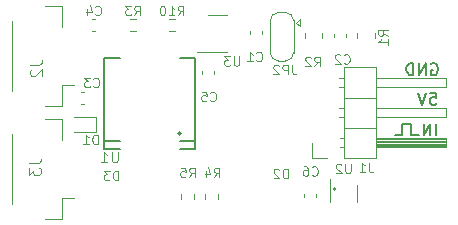
<source format=gbr>
%TF.GenerationSoftware,KiCad,Pcbnew,6.0.11+dfsg-1~bpo11+1*%
%TF.CreationDate,2023-05-27T16:07:54+00:00*%
%TF.ProjectId,TFRPM01,54465250-4d30-4312-9e6b-696361645f70,rev?*%
%TF.SameCoordinates,PX7e721e0PY7e33658*%
%TF.FileFunction,Legend,Bot*%
%TF.FilePolarity,Positive*%
%FSLAX46Y46*%
G04 Gerber Fmt 4.6, Leading zero omitted, Abs format (unit mm)*
G04 Created by KiCad (PCBNEW 6.0.11+dfsg-1~bpo11+1) date 2023-05-27 16:07:54*
%MOMM*%
%LPD*%
G01*
G04 APERTURE LIST*
%ADD10C,0.150000*%
%ADD11C,0.100000*%
%ADD12C,0.120000*%
G04 APERTURE END LIST*
D10*
X12833000Y-1874904D02*
X12833000Y-974904D01*
X6428711Y-6474904D02*
G75*
G03*
X6428711Y-6474904I-70711J0D01*
G01*
X13462000Y-1874904D02*
X12833000Y-1874904D01*
X12083000Y-1874904D02*
X11433000Y-1874904D01*
X12833000Y-974904D02*
X12083000Y-974904D01*
X12083000Y-974904D02*
X12083000Y-1874904D01*
X14931809Y-1927284D02*
X14931809Y-927284D01*
X14455619Y-1927284D02*
X14455619Y-927284D01*
X13884190Y-1927284D01*
X13884190Y-927284D01*
X14519904Y4125096D02*
X14615142Y4172716D01*
X14758000Y4172716D01*
X14900857Y4125096D01*
X14996095Y4029858D01*
X15043714Y3934620D01*
X15091333Y3744144D01*
X15091333Y3601287D01*
X15043714Y3410811D01*
X14996095Y3315573D01*
X14900857Y3220335D01*
X14758000Y3172716D01*
X14662761Y3172716D01*
X14519904Y3220335D01*
X14472285Y3267954D01*
X14472285Y3601287D01*
X14662761Y3601287D01*
X14043714Y3172716D02*
X14043714Y4172716D01*
X13472285Y3172716D01*
X13472285Y4172716D01*
X12996095Y3172716D02*
X12996095Y4172716D01*
X12758000Y4172716D01*
X12615142Y4125096D01*
X12519904Y4029858D01*
X12472285Y3934620D01*
X12424666Y3744144D01*
X12424666Y3601287D01*
X12472285Y3410811D01*
X12519904Y3315573D01*
X12615142Y3220335D01*
X12758000Y3172716D01*
X12996095Y3172716D01*
X14448476Y1672716D02*
X14924666Y1672716D01*
X14972285Y1196525D01*
X14924666Y1244144D01*
X14829428Y1291763D01*
X14591333Y1291763D01*
X14496095Y1244144D01*
X14448476Y1196525D01*
X14400857Y1101287D01*
X14400857Y863192D01*
X14448476Y767954D01*
X14496095Y720335D01*
X14591333Y672716D01*
X14829428Y672716D01*
X14924666Y720335D01*
X14972285Y767954D01*
X14115142Y1672716D02*
X13781809Y672716D01*
X13448476Y1672716D01*
D11*
%TO.C,D1*%
X-13709524Y-2661904D02*
X-13709524Y-1861904D01*
X-13900000Y-1861904D01*
X-14014286Y-1900000D01*
X-14090477Y-1976190D01*
X-14128572Y-2052380D01*
X-14166667Y-2204761D01*
X-14166667Y-2319047D01*
X-14128572Y-2471428D01*
X-14090477Y-2547619D01*
X-14014286Y-2623809D01*
X-13900000Y-2661904D01*
X-13709524Y-2661904D01*
X-14928572Y-2661904D02*
X-14471429Y-2661904D01*
X-14700000Y-2661904D02*
X-14700000Y-1861904D01*
X-14623810Y-1976190D01*
X-14547620Y-2052380D01*
X-14471429Y-2090476D01*
%TO.C,R10*%
X-6927715Y8238096D02*
X-6661048Y8619048D01*
X-6470572Y8238096D02*
X-6470572Y9038096D01*
X-6775334Y9038096D01*
X-6851524Y9000000D01*
X-6889620Y8961905D01*
X-6927715Y8885715D01*
X-6927715Y8771429D01*
X-6889620Y8695239D01*
X-6851524Y8657143D01*
X-6775334Y8619048D01*
X-6470572Y8619048D01*
X-7689620Y8238096D02*
X-7232477Y8238096D01*
X-7461048Y8238096D02*
X-7461048Y9038096D01*
X-7384858Y8923810D01*
X-7308667Y8847620D01*
X-7232477Y8809524D01*
X-8184858Y9038096D02*
X-8261048Y9038096D01*
X-8337239Y9000000D01*
X-8375334Y8961905D01*
X-8413429Y8885715D01*
X-8451524Y8733334D01*
X-8451524Y8542858D01*
X-8413429Y8390477D01*
X-8375334Y8314286D01*
X-8337239Y8276191D01*
X-8261048Y8238096D01*
X-8184858Y8238096D01*
X-8108667Y8276191D01*
X-8070572Y8314286D01*
X-8032477Y8390477D01*
X-7994381Y8542858D01*
X-7994381Y8733334D01*
X-8032477Y8885715D01*
X-8070572Y8961905D01*
X-8108667Y9000000D01*
X-8184858Y9038096D01*
%TO.C,J1*%
X9258266Y-4238408D02*
X9258266Y-4809837D01*
X9296361Y-4924123D01*
X9372552Y-5000313D01*
X9486838Y-5038408D01*
X9563028Y-5038408D01*
X8458266Y-5038408D02*
X8915409Y-5038408D01*
X8686838Y-5038408D02*
X8686838Y-4238408D01*
X8763028Y-4352694D01*
X8839219Y-4428884D01*
X8915409Y-4466980D01*
%TO.C,U3*%
X-1727277Y4781496D02*
X-1727277Y4133877D01*
X-1765372Y4057686D01*
X-1803467Y4019591D01*
X-1879658Y3981496D01*
X-2032039Y3981496D01*
X-2108229Y4019591D01*
X-2146324Y4057686D01*
X-2184420Y4133877D01*
X-2184420Y4781496D01*
X-2489181Y4781496D02*
X-2984420Y4781496D01*
X-2717753Y4476734D01*
X-2832039Y4476734D01*
X-2908229Y4438639D01*
X-2946324Y4400543D01*
X-2984420Y4324353D01*
X-2984420Y4133877D01*
X-2946324Y4057686D01*
X-2908229Y4019591D01*
X-2832039Y3981496D01*
X-2603467Y3981496D01*
X-2527277Y4019591D01*
X-2489181Y4057686D01*
%TO.C,C3*%
X-14066667Y2214286D02*
X-14028572Y2176191D01*
X-13914286Y2138096D01*
X-13838096Y2138096D01*
X-13723810Y2176191D01*
X-13647620Y2252381D01*
X-13609524Y2328572D01*
X-13571429Y2480953D01*
X-13571429Y2595239D01*
X-13609524Y2747620D01*
X-13647620Y2823810D01*
X-13723810Y2900000D01*
X-13838096Y2938096D01*
X-13914286Y2938096D01*
X-14028572Y2900000D01*
X-14066667Y2861905D01*
X-14333334Y2938096D02*
X-14828572Y2938096D01*
X-14561905Y2633334D01*
X-14676191Y2633334D01*
X-14752381Y2595239D01*
X-14790477Y2557143D01*
X-14828572Y2480953D01*
X-14828572Y2290477D01*
X-14790477Y2214286D01*
X-14752381Y2176191D01*
X-14676191Y2138096D01*
X-14447620Y2138096D01*
X-14371429Y2176191D01*
X-14333334Y2214286D01*
%TO.C,C4*%
X-13908667Y8314286D02*
X-13870572Y8276191D01*
X-13756286Y8238096D01*
X-13680096Y8238096D01*
X-13565810Y8276191D01*
X-13489620Y8352381D01*
X-13451524Y8428572D01*
X-13413429Y8580953D01*
X-13413429Y8695239D01*
X-13451524Y8847620D01*
X-13489620Y8923810D01*
X-13565810Y9000000D01*
X-13680096Y9038096D01*
X-13756286Y9038096D01*
X-13870572Y9000000D01*
X-13908667Y8961905D01*
X-14594381Y8771429D02*
X-14594381Y8238096D01*
X-14403905Y9076191D02*
X-14213429Y8504762D01*
X-14708667Y8504762D01*
%TO.C,J2*%
X-19419820Y4064230D02*
X-18705534Y4064230D01*
X-18562677Y4111849D01*
X-18467439Y4207087D01*
X-18419820Y4349944D01*
X-18419820Y4445182D01*
X-19324581Y3635658D02*
X-19372200Y3588039D01*
X-19419820Y3492801D01*
X-19419820Y3254706D01*
X-19372200Y3159468D01*
X-19324581Y3111849D01*
X-19229343Y3064230D01*
X-19134105Y3064230D01*
X-18991248Y3111849D01*
X-18419820Y3683277D01*
X-18419820Y3064230D01*
%TO.C,R4*%
X-3866667Y-5461904D02*
X-3600000Y-5080952D01*
X-3409524Y-5461904D02*
X-3409524Y-4661904D01*
X-3714286Y-4661904D01*
X-3790477Y-4700000D01*
X-3828572Y-4738095D01*
X-3866667Y-4814285D01*
X-3866667Y-4928571D01*
X-3828572Y-5004761D01*
X-3790477Y-5042857D01*
X-3714286Y-5080952D01*
X-3409524Y-5080952D01*
X-4552381Y-4928571D02*
X-4552381Y-5461904D01*
X-4361905Y-4623809D02*
X-4171429Y-5195238D01*
X-4666667Y-5195238D01*
%TO.C,R1*%
X10852104Y6505830D02*
X10471152Y6772496D01*
X10852104Y6962973D02*
X10052104Y6962973D01*
X10052104Y6658211D01*
X10090200Y6582020D01*
X10128295Y6543925D01*
X10204485Y6505830D01*
X10318771Y6505830D01*
X10394961Y6543925D01*
X10433057Y6582020D01*
X10471152Y6658211D01*
X10471152Y6962973D01*
X10852104Y5743925D02*
X10852104Y6201068D01*
X10852104Y5972496D02*
X10052104Y5972496D01*
X10166390Y6048687D01*
X10242580Y6124877D01*
X10280676Y6201068D01*
%TO.C,R2*%
X4633333Y3938096D02*
X4900000Y4319048D01*
X5090476Y3938096D02*
X5090476Y4738096D01*
X4785714Y4738096D01*
X4709523Y4700000D01*
X4671428Y4661905D01*
X4633333Y4585715D01*
X4633333Y4471429D01*
X4671428Y4395239D01*
X4709523Y4357143D01*
X4785714Y4319048D01*
X5090476Y4319048D01*
X4328571Y4661905D02*
X4290476Y4700000D01*
X4214285Y4738096D01*
X4023809Y4738096D01*
X3947619Y4700000D01*
X3909523Y4661905D01*
X3871428Y4585715D01*
X3871428Y4509524D01*
X3909523Y4395239D01*
X4366666Y3938096D01*
X3871428Y3938096D01*
%TO.C,R3*%
X-10608667Y8238096D02*
X-10342000Y8619048D01*
X-10151524Y8238096D02*
X-10151524Y9038096D01*
X-10456286Y9038096D01*
X-10532477Y9000000D01*
X-10570572Y8961905D01*
X-10608667Y8885715D01*
X-10608667Y8771429D01*
X-10570572Y8695239D01*
X-10532477Y8657143D01*
X-10456286Y8619048D01*
X-10151524Y8619048D01*
X-10875334Y9038096D02*
X-11370572Y9038096D01*
X-11103905Y8733334D01*
X-11218191Y8733334D01*
X-11294381Y8695239D01*
X-11332477Y8657143D01*
X-11370572Y8580953D01*
X-11370572Y8390477D01*
X-11332477Y8314286D01*
X-11294381Y8276191D01*
X-11218191Y8238096D01*
X-10989620Y8238096D01*
X-10913429Y8276191D01*
X-10875334Y8314286D01*
%TO.C,C6*%
X4433333Y-5285714D02*
X4471428Y-5323809D01*
X4585714Y-5361904D01*
X4661904Y-5361904D01*
X4776190Y-5323809D01*
X4852380Y-5247619D01*
X4890476Y-5171428D01*
X4928571Y-5019047D01*
X4928571Y-4904761D01*
X4890476Y-4752380D01*
X4852380Y-4676190D01*
X4776190Y-4600000D01*
X4661904Y-4561904D01*
X4585714Y-4561904D01*
X4471428Y-4600000D01*
X4433333Y-4638095D01*
X3747619Y-4561904D02*
X3900000Y-4561904D01*
X3976190Y-4600000D01*
X4014285Y-4638095D01*
X4090476Y-4752380D01*
X4128571Y-4904761D01*
X4128571Y-5209523D01*
X4090476Y-5285714D01*
X4052380Y-5323809D01*
X3976190Y-5361904D01*
X3823809Y-5361904D01*
X3747619Y-5323809D01*
X3709523Y-5285714D01*
X3671428Y-5209523D01*
X3671428Y-5019047D01*
X3709523Y-4942857D01*
X3747619Y-4904761D01*
X3823809Y-4866666D01*
X3976190Y-4866666D01*
X4052380Y-4904761D01*
X4090476Y-4942857D01*
X4128571Y-5019047D01*
%TO.C,J3*%
X-19546820Y-4292370D02*
X-18832534Y-4292370D01*
X-18689677Y-4244751D01*
X-18594439Y-4149513D01*
X-18546820Y-4006656D01*
X-18546820Y-3911418D01*
X-19546820Y-4673323D02*
X-19546820Y-5292370D01*
X-19165867Y-4959037D01*
X-19165867Y-5101894D01*
X-19118248Y-5197132D01*
X-19070629Y-5244751D01*
X-18975391Y-5292370D01*
X-18737296Y-5292370D01*
X-18642058Y-5244751D01*
X-18594439Y-5197132D01*
X-18546820Y-5101894D01*
X-18546820Y-4816180D01*
X-18594439Y-4720942D01*
X-18642058Y-4673323D01*
%TO.C,C5*%
X-4190567Y1044486D02*
X-4152472Y1006391D01*
X-4038186Y968296D01*
X-3961996Y968296D01*
X-3847710Y1006391D01*
X-3771520Y1082581D01*
X-3733424Y1158772D01*
X-3695329Y1311153D01*
X-3695329Y1425439D01*
X-3733424Y1577820D01*
X-3771520Y1654010D01*
X-3847710Y1730200D01*
X-3961996Y1768296D01*
X-4038186Y1768296D01*
X-4152472Y1730200D01*
X-4190567Y1692105D01*
X-4914377Y1768296D02*
X-4533424Y1768296D01*
X-4495329Y1387343D01*
X-4533424Y1425439D01*
X-4609615Y1463534D01*
X-4800091Y1463534D01*
X-4876281Y1425439D01*
X-4914377Y1387343D01*
X-4952472Y1311153D01*
X-4952472Y1120677D01*
X-4914377Y1044486D01*
X-4876281Y1006391D01*
X-4800091Y968296D01*
X-4609615Y968296D01*
X-4533424Y1006391D01*
X-4495329Y1044486D01*
%TO.C,U1*%
X-12014286Y-3319142D02*
X-12014286Y-4047714D01*
X-12057143Y-4133428D01*
X-12100000Y-4176285D01*
X-12185715Y-4219142D01*
X-12357143Y-4219142D01*
X-12442858Y-4176285D01*
X-12485715Y-4133428D01*
X-12528572Y-4047714D01*
X-12528572Y-3319142D01*
X-13428572Y-4219142D02*
X-12914286Y-4219142D01*
X-13171429Y-4219142D02*
X-13171429Y-3319142D01*
X-13085715Y-3447714D01*
X-13000000Y-3533428D01*
X-12914286Y-3576285D01*
%TO.C,C1*%
X-266667Y4414286D02*
X-228572Y4376191D01*
X-114286Y4338096D01*
X-38096Y4338096D01*
X76190Y4376191D01*
X152380Y4452381D01*
X190476Y4528572D01*
X228571Y4680953D01*
X228571Y4795239D01*
X190476Y4947620D01*
X152380Y5023810D01*
X76190Y5100000D01*
X-38096Y5138096D01*
X-114286Y5138096D01*
X-228572Y5100000D01*
X-266667Y5061905D01*
X-1028572Y4338096D02*
X-571429Y4338096D01*
X-800000Y4338096D02*
X-800000Y5138096D01*
X-723810Y5023810D01*
X-647620Y4947620D01*
X-571429Y4909524D01*
%TO.C,C2*%
X7143733Y4207182D02*
X7181828Y4169087D01*
X7296114Y4130992D01*
X7372304Y4130992D01*
X7486590Y4169087D01*
X7562780Y4245277D01*
X7600876Y4321468D01*
X7638971Y4473849D01*
X7638971Y4588135D01*
X7600876Y4740516D01*
X7562780Y4816706D01*
X7486590Y4892896D01*
X7372304Y4930992D01*
X7296114Y4930992D01*
X7181828Y4892896D01*
X7143733Y4854801D01*
X6838971Y4854801D02*
X6800876Y4892896D01*
X6724685Y4930992D01*
X6534209Y4930992D01*
X6458019Y4892896D01*
X6419923Y4854801D01*
X6381828Y4778611D01*
X6381828Y4702420D01*
X6419923Y4588135D01*
X6877066Y4130992D01*
X6381828Y4130992D01*
%TO.C,D2*%
X2393876Y-5571808D02*
X2393876Y-4771808D01*
X2203400Y-4771808D01*
X2089114Y-4809904D01*
X2012923Y-4886094D01*
X1974828Y-4962284D01*
X1936733Y-5114665D01*
X1936733Y-5228951D01*
X1974828Y-5381332D01*
X2012923Y-5457523D01*
X2089114Y-5533713D01*
X2203400Y-5571808D01*
X2393876Y-5571808D01*
X1631971Y-4847999D02*
X1593876Y-4809904D01*
X1517685Y-4771808D01*
X1327209Y-4771808D01*
X1251019Y-4809904D01*
X1212923Y-4847999D01*
X1174828Y-4924189D01*
X1174828Y-5000380D01*
X1212923Y-5114665D01*
X1670066Y-5571808D01*
X1174828Y-5571808D01*
%TO.C,U2*%
X7717523Y-4336808D02*
X7717523Y-4984427D01*
X7679428Y-5060618D01*
X7641333Y-5098713D01*
X7565142Y-5136808D01*
X7412761Y-5136808D01*
X7336571Y-5098713D01*
X7298476Y-5060618D01*
X7260380Y-4984427D01*
X7260380Y-4336808D01*
X6917523Y-4412999D02*
X6879428Y-4374904D01*
X6803238Y-4336808D01*
X6612761Y-4336808D01*
X6536571Y-4374904D01*
X6498476Y-4412999D01*
X6460380Y-4489189D01*
X6460380Y-4565380D01*
X6498476Y-4679665D01*
X6955619Y-5136808D01*
X6460380Y-5136808D01*
%TO.C,R5*%
X-5966667Y-5461904D02*
X-5700000Y-5080952D01*
X-5509524Y-5461904D02*
X-5509524Y-4661904D01*
X-5814286Y-4661904D01*
X-5890477Y-4700000D01*
X-5928572Y-4738095D01*
X-5966667Y-4814285D01*
X-5966667Y-4928571D01*
X-5928572Y-5004761D01*
X-5890477Y-5042857D01*
X-5814286Y-5080952D01*
X-5509524Y-5080952D01*
X-6690477Y-4661904D02*
X-6309524Y-4661904D01*
X-6271429Y-5042857D01*
X-6309524Y-5004761D01*
X-6385715Y-4966666D01*
X-6576191Y-4966666D01*
X-6652381Y-5004761D01*
X-6690477Y-5042857D01*
X-6728572Y-5119047D01*
X-6728572Y-5309523D01*
X-6690477Y-5385714D01*
X-6652381Y-5423809D01*
X-6576191Y-5461904D01*
X-6385715Y-5461904D01*
X-6309524Y-5423809D01*
X-6271429Y-5385714D01*
%TO.C,D3*%
X-11982524Y-5724208D02*
X-11982524Y-4924208D01*
X-12173000Y-4924208D01*
X-12287286Y-4962304D01*
X-12363477Y-5038494D01*
X-12401572Y-5114684D01*
X-12439667Y-5267065D01*
X-12439667Y-5381351D01*
X-12401572Y-5533732D01*
X-12363477Y-5609923D01*
X-12287286Y-5686113D01*
X-12173000Y-5724208D01*
X-11982524Y-5724208D01*
X-12706334Y-4924208D02*
X-13201572Y-4924208D01*
X-12934905Y-5228970D01*
X-13049191Y-5228970D01*
X-13125381Y-5267065D01*
X-13163477Y-5305161D01*
X-13201572Y-5381351D01*
X-13201572Y-5571827D01*
X-13163477Y-5648018D01*
X-13125381Y-5686113D01*
X-13049191Y-5724208D01*
X-12820620Y-5724208D01*
X-12744429Y-5686113D01*
X-12706334Y-5648018D01*
%TO.C,JP2*%
X2749466Y4041992D02*
X2749466Y3470563D01*
X2787561Y3356277D01*
X2863752Y3280087D01*
X2978038Y3241992D01*
X3054228Y3241992D01*
X2368514Y3241992D02*
X2368514Y4041992D01*
X2063752Y4041992D01*
X1987561Y4003896D01*
X1949466Y3965801D01*
X1911371Y3889611D01*
X1911371Y3775325D01*
X1949466Y3699135D01*
X1987561Y3661039D01*
X2063752Y3622944D01*
X2368514Y3622944D01*
X1606609Y3965801D02*
X1568514Y4003896D01*
X1492323Y4041992D01*
X1301847Y4041992D01*
X1225657Y4003896D01*
X1187561Y3965801D01*
X1149466Y3889611D01*
X1149466Y3813420D01*
X1187561Y3699135D01*
X1644704Y3241992D01*
X1149466Y3241992D01*
D12*
%TO.C,D1*%
X-15686000Y-1616000D02*
X-13836000Y-1616000D01*
X-15686000Y-416000D02*
X-13836000Y-416000D01*
X-13836000Y-416000D02*
X-13836000Y-1616000D01*
%TO.C,R10*%
X-7204742Y6902596D02*
X-7679258Y6902596D01*
X-7204742Y7947596D02*
X-7679258Y7947596D01*
%TO.C,J1*%
X15815000Y2920000D02*
X9815000Y2920000D01*
X9815000Y-2500000D02*
X15815000Y-2500000D01*
X6825000Y-2160000D02*
X7155000Y-2160000D01*
X9815000Y3870000D02*
X9815000Y-3870000D01*
X7155000Y-1270000D02*
X9815000Y-1270000D01*
X7155000Y-3870000D02*
X7155000Y3870000D01*
X9815000Y-2740000D02*
X15815000Y-2740000D01*
X15815000Y380000D02*
X9815000Y380000D01*
X9815000Y-2260000D02*
X15815000Y-2260000D01*
X6825000Y-2920000D02*
X7155000Y-2920000D01*
X6757929Y2160000D02*
X7155000Y2160000D01*
X15815000Y-2160000D02*
X9815000Y-2160000D01*
X7155000Y1270000D02*
X9815000Y1270000D01*
X15815000Y-2920000D02*
X15815000Y-2160000D01*
X4445000Y-3810000D02*
X5715000Y-3810000D01*
X9815000Y-380000D02*
X15815000Y-380000D01*
X9815000Y-3870000D02*
X7155000Y-3870000D01*
X9815000Y-2920000D02*
X15815000Y-2920000D01*
X4445000Y-2540000D02*
X4445000Y-3810000D01*
X6757929Y2920000D02*
X7155000Y2920000D01*
X9815000Y-2620000D02*
X15815000Y-2620000D01*
X9815000Y-2860000D02*
X15815000Y-2860000D01*
X15815000Y2160000D02*
X15815000Y2920000D01*
X7155000Y3870000D02*
X9815000Y3870000D01*
X9815000Y-2380000D02*
X15815000Y-2380000D01*
X6757929Y-380000D02*
X7155000Y-380000D01*
X9815000Y2160000D02*
X15815000Y2160000D01*
X15815000Y-380000D02*
X15815000Y380000D01*
X6757929Y380000D02*
X7155000Y380000D01*
%TO.C,U3*%
X-3542000Y5115096D02*
X-2742000Y5115096D01*
X-3542000Y5115096D02*
X-5342000Y5115096D01*
X-3542000Y8235096D02*
X-2742000Y8235096D01*
X-3542000Y8235096D02*
X-4342000Y8235096D01*
%TO.C,C3*%
X-14845420Y760000D02*
X-15126580Y760000D01*
X-14845420Y1780000D02*
X-15126580Y1780000D01*
%TO.C,C4*%
X-13901420Y6915096D02*
X-14182580Y6915096D01*
X-13901420Y7935096D02*
X-14182580Y7935096D01*
%TO.C,J2*%
X-18178000Y9041096D02*
X-16728000Y9041096D01*
X-20998000Y1841096D02*
X-20998000Y7771096D01*
X-16728000Y2371096D02*
X-15738000Y2371096D01*
X-16728000Y9041096D02*
X-16728000Y7241096D01*
X-18178000Y571096D02*
X-16728000Y571096D01*
X-16728000Y571096D02*
X-16728000Y2371096D01*
%TO.C,R4*%
X-3541500Y-6874742D02*
X-3541500Y-7349258D01*
X-4586500Y-6874742D02*
X-4586500Y-7349258D01*
%TO.C,R1*%
X8273000Y6752160D02*
X8273000Y6298032D01*
X9743000Y6752160D02*
X9743000Y6298032D01*
%TO.C,R2*%
X3837000Y6298032D02*
X3837000Y6752160D01*
X5307000Y6298032D02*
X5307000Y6752160D01*
%TO.C,R3*%
X-10504742Y7947596D02*
X-10979258Y7947596D01*
X-10504742Y6902596D02*
X-10979258Y6902596D01*
%TO.C,C6*%
X3790000Y-6859420D02*
X3790000Y-7140580D01*
X4810000Y-6859420D02*
X4810000Y-7140580D01*
%TO.C,J3*%
X-20998000Y-7733904D02*
X-20998000Y-1803904D01*
X-16728000Y-7203904D02*
X-15738000Y-7203904D01*
X-16728000Y-9003904D02*
X-16728000Y-7203904D01*
X-16728000Y-533904D02*
X-16728000Y-2333904D01*
X-18178000Y-9003904D02*
X-16728000Y-9003904D01*
X-18178000Y-533904D02*
X-16728000Y-533904D01*
%TO.C,C5*%
X-4853400Y3515876D02*
X-4853400Y3234716D01*
X-3833400Y3515876D02*
X-3833400Y3234716D01*
D10*
%TO.C,U1*%
X-13142000Y-3088000D02*
X-13142000Y4612000D01*
X-5442000Y4612000D02*
X-6752000Y4612000D01*
X-11832000Y4612000D02*
X-13142000Y4612000D01*
X-5442000Y-2438000D02*
X-6752000Y-2438000D01*
X-5442000Y-3088000D02*
X-6752000Y-3088000D01*
X-11832000Y-3088000D02*
X-13142000Y-3088000D01*
X-5442000Y-3088000D02*
X-5442000Y4612000D01*
X-11832000Y-2438000D02*
X-13142000Y-2438000D01*
X-6625000Y-1778000D02*
G75*
G03*
X-6625000Y-1778000I-127000J0D01*
G01*
D12*
%TO.C,C1*%
X-802000Y6634516D02*
X-802000Y6915676D01*
X218000Y6634516D02*
X218000Y6915676D01*
%TO.C,C2*%
X7300000Y6384516D02*
X7300000Y6665676D01*
X6280000Y6384516D02*
X6280000Y6665676D01*
%TO.C,U2*%
X5952000Y-7560904D02*
X5952000Y-5660904D01*
X8272000Y-6160904D02*
X8272000Y-7560904D01*
%TO.C,R5*%
X-6618500Y-7349258D02*
X-6618500Y-6874742D01*
X-5573500Y-7349258D02*
X-5573500Y-6874742D01*
%TO.C,JP2*%
X887500Y7825096D02*
X887500Y5025096D01*
X1587500Y4375096D02*
X2187500Y4375096D01*
X3087500Y7625096D02*
X3387500Y7925096D01*
X2887500Y5025096D02*
X2887500Y7825096D01*
X2187500Y8475096D02*
X1587500Y8475096D01*
X3087500Y7625096D02*
X3387500Y7325096D01*
X3387500Y7925096D02*
X3387500Y7325096D01*
X887500Y5075096D02*
G75*
G03*
X1587500Y4375096I700000J0D01*
G01*
X1587500Y8475096D02*
G75*
G03*
X887500Y7775096I-1J-699999D01*
G01*
X2187500Y4375096D02*
G75*
G03*
X2887500Y5075096I0J700000D01*
G01*
X2887500Y7775096D02*
G75*
G03*
X2187500Y8475096I-699999J1D01*
G01*
%TD*%
M02*

</source>
